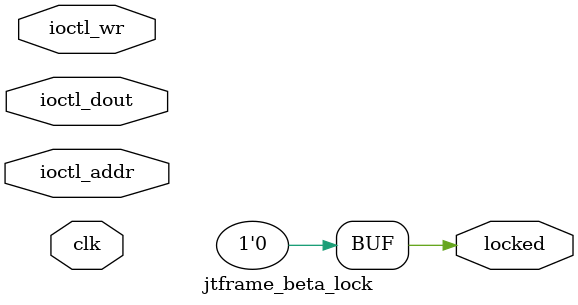
<source format=v>
/*  This file is part of JTFRAME.
    JTFRAME program is free software: you can redistribute it and/or modify
    it under the terms of the GNU General Public License as published by
    the Free Software Foundation, either version 3 of the License, or
    (at your option) any later version.

    JTFRAME program is distributed in the hope that it will be useful,
    but WITHOUT ANY WARRANTY; without even the implied warranty of
    MERCHANTABILITY or FITNESS FOR A PARTICULAR PURPOSE.  See the
    GNU General Public License for more details.

    You should have received a copy of the GNU General Public License
    along with JTFRAME.  If not, see <http://www.gnu.org/licenses/>.

    Author: Jose Tejada Gomez. Twitter: @topapate
    Version: 1.0
    Date: 28-1-2025 */

module jtframe_beta_lock(
    input              clk,
    input       [ 1:0] ioctl_addr,
    input       [ 7:0] ioctl_dout,
    input              ioctl_wr,

    output reg         locked
);
    `ifdef JTFRAME_UNLOCKKEY // lock system inputs
        localparam [31:0] UNLOCKKEY = `JTFRAME_UNLOCKKEY;
        reg [7:0] lock_key[0:3];

        initial begin
            lock_key[0] = 0;
            lock_key[1] = 0;
            lock_key[2] = 0;
            lock_key[3] = 0;
            locked      = 1;
        end

        always @(posedge clk) begin
            if( ioctl_lock && ioctl_wr )
                lock_key[ ioctl_addr ] <= ioctl_dout;
            locked <= UNLOCKKEY != { lock_key[3], lock_key[2], lock_key[1], lock_key[0] };
        end
    `else
        initial locked=0;
    `endif
endmodule
</source>
